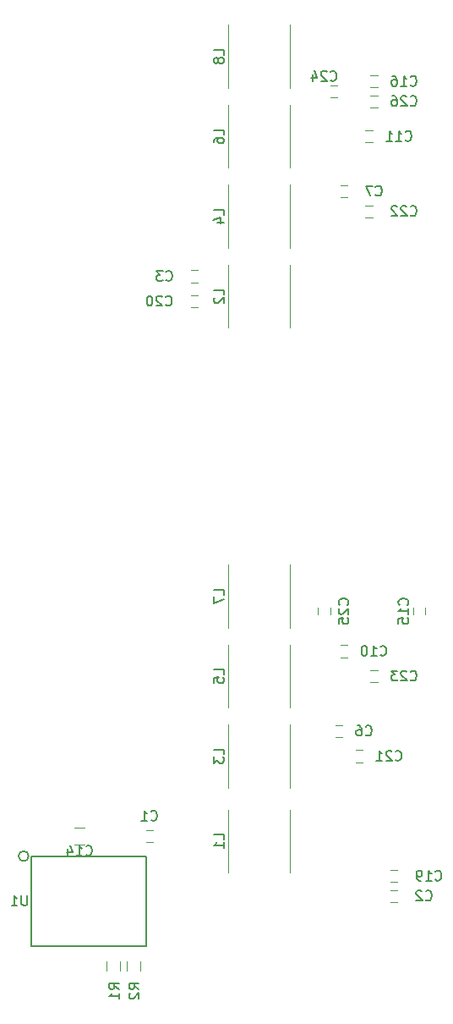
<source format=gbr>
G04 #@! TF.GenerationSoftware,KiCad,Pcbnew,(5.1.0)-1*
G04 #@! TF.CreationDate,2021-01-22T15:31:34-07:00*
G04 #@! TF.ProjectId,pwr supply rev 5,70777220-7375-4707-906c-792072657620,rev?*
G04 #@! TF.SameCoordinates,Original*
G04 #@! TF.FileFunction,Legend,Bot*
G04 #@! TF.FilePolarity,Positive*
%FSLAX46Y46*%
G04 Gerber Fmt 4.6, Leading zero omitted, Abs format (unit mm)*
G04 Created by KiCad (PCBNEW (5.1.0)-1) date 2021-01-22 15:31:34*
%MOMM*%
%LPD*%
G04 APERTURE LIST*
%ADD10C,0.120000*%
%ADD11C,0.150000*%
G04 APERTURE END LIST*
D10*
X97850000Y-92400000D02*
X97150000Y-92400000D01*
X97150000Y-93600000D02*
X97850000Y-93600000D01*
X122350000Y-98400000D02*
X121650000Y-98400000D01*
X121650000Y-99600000D02*
X122350000Y-99600000D01*
X101650000Y-37600000D02*
X102350000Y-37600000D01*
X102350000Y-36400000D02*
X101650000Y-36400000D01*
X116850000Y-81900000D02*
X116150000Y-81900000D01*
X116150000Y-83100000D02*
X116850000Y-83100000D01*
X117350000Y-27900000D02*
X116650000Y-27900000D01*
X116650000Y-29100000D02*
X117350000Y-29100000D01*
X117350000Y-73900000D02*
X116650000Y-73900000D01*
X116650000Y-75100000D02*
X117350000Y-75100000D01*
X119850000Y-22400000D02*
X119150000Y-22400000D01*
X119150000Y-23600000D02*
X119850000Y-23600000D01*
X125100000Y-70850000D02*
X125100000Y-70150000D01*
X123900000Y-70150000D02*
X123900000Y-70850000D01*
X120350000Y-16900000D02*
X119650000Y-16900000D01*
X119650000Y-18100000D02*
X120350000Y-18100000D01*
X94580000Y-106500000D02*
X94580000Y-105500000D01*
X93220000Y-105500000D02*
X93220000Y-106500000D01*
X96580000Y-106500000D02*
X96580000Y-105500000D01*
X95220000Y-105500000D02*
X95220000Y-106500000D01*
X122350000Y-96400000D02*
X121650000Y-96400000D01*
X121650000Y-97600000D02*
X122350000Y-97600000D01*
X101650000Y-40100000D02*
X102350000Y-40100000D01*
X102350000Y-38900000D02*
X101650000Y-38900000D01*
X118850000Y-84400000D02*
X118150000Y-84400000D01*
X118150000Y-85600000D02*
X118850000Y-85600000D01*
X119850000Y-29900000D02*
X119150000Y-29900000D01*
X119150000Y-31100000D02*
X119850000Y-31100000D01*
X120350000Y-76400000D02*
X119650000Y-76400000D01*
X119650000Y-77600000D02*
X120350000Y-77600000D01*
X116350000Y-17900000D02*
X115650000Y-17900000D01*
X115650000Y-19100000D02*
X116350000Y-19100000D01*
X115600000Y-70850000D02*
X115600000Y-70150000D01*
X114400000Y-70150000D02*
X114400000Y-70850000D01*
X120350000Y-18900000D02*
X119650000Y-18900000D01*
X119650000Y-20100000D02*
X120350000Y-20100000D01*
X105400000Y-90350000D02*
X105400000Y-96650000D01*
X111600000Y-90350000D02*
X111600000Y-96650000D01*
X105400000Y-35850000D02*
X105400000Y-42150000D01*
X111600000Y-35850000D02*
X111600000Y-42150000D01*
X105400000Y-81850000D02*
X105400000Y-88150000D01*
X111600000Y-81850000D02*
X111600000Y-88150000D01*
X105400000Y-27850000D02*
X105400000Y-34150000D01*
X111600000Y-27850000D02*
X111600000Y-34150000D01*
X105400000Y-73850000D02*
X105400000Y-80150000D01*
X111600000Y-73850000D02*
X111600000Y-80150000D01*
X105400000Y-19850000D02*
X105400000Y-26150000D01*
X111600000Y-19850000D02*
X111600000Y-26150000D01*
X105400000Y-65850000D02*
X105400000Y-72150000D01*
X111600000Y-65850000D02*
X111600000Y-72150000D01*
X105400000Y-11850000D02*
X105400000Y-18150000D01*
X111600000Y-11850000D02*
X111600000Y-18150000D01*
X91000000Y-93850000D02*
X90000000Y-93850000D01*
X90000000Y-92150000D02*
X91000000Y-92150000D01*
D11*
X85400000Y-95000000D02*
G75*
G03X85400000Y-95000000I-500000J0D01*
G01*
X85650000Y-104000000D02*
X97150000Y-104000000D01*
X97150000Y-104000000D02*
X97150000Y-95000000D01*
X97150000Y-95000000D02*
X85650000Y-95000000D01*
X85650000Y-95000000D02*
X85650000Y-104000000D01*
X97666666Y-91357142D02*
X97714285Y-91404761D01*
X97857142Y-91452380D01*
X97952380Y-91452380D01*
X98095238Y-91404761D01*
X98190476Y-91309523D01*
X98238095Y-91214285D01*
X98285714Y-91023809D01*
X98285714Y-90880952D01*
X98238095Y-90690476D01*
X98190476Y-90595238D01*
X98095238Y-90500000D01*
X97952380Y-90452380D01*
X97857142Y-90452380D01*
X97714285Y-90500000D01*
X97666666Y-90547619D01*
X96714285Y-91452380D02*
X97285714Y-91452380D01*
X97000000Y-91452380D02*
X97000000Y-90452380D01*
X97095238Y-90595238D01*
X97190476Y-90690476D01*
X97285714Y-90738095D01*
X125166666Y-99357142D02*
X125214285Y-99404761D01*
X125357142Y-99452380D01*
X125452380Y-99452380D01*
X125595238Y-99404761D01*
X125690476Y-99309523D01*
X125738095Y-99214285D01*
X125785714Y-99023809D01*
X125785714Y-98880952D01*
X125738095Y-98690476D01*
X125690476Y-98595238D01*
X125595238Y-98500000D01*
X125452380Y-98452380D01*
X125357142Y-98452380D01*
X125214285Y-98500000D01*
X125166666Y-98547619D01*
X124785714Y-98547619D02*
X124738095Y-98500000D01*
X124642857Y-98452380D01*
X124404761Y-98452380D01*
X124309523Y-98500000D01*
X124261904Y-98547619D01*
X124214285Y-98642857D01*
X124214285Y-98738095D01*
X124261904Y-98880952D01*
X124833333Y-99452380D01*
X124214285Y-99452380D01*
X99166666Y-37357142D02*
X99214285Y-37404761D01*
X99357142Y-37452380D01*
X99452380Y-37452380D01*
X99595238Y-37404761D01*
X99690476Y-37309523D01*
X99738095Y-37214285D01*
X99785714Y-37023809D01*
X99785714Y-36880952D01*
X99738095Y-36690476D01*
X99690476Y-36595238D01*
X99595238Y-36500000D01*
X99452380Y-36452380D01*
X99357142Y-36452380D01*
X99214285Y-36500000D01*
X99166666Y-36547619D01*
X98833333Y-36452380D02*
X98214285Y-36452380D01*
X98547619Y-36833333D01*
X98404761Y-36833333D01*
X98309523Y-36880952D01*
X98261904Y-36928571D01*
X98214285Y-37023809D01*
X98214285Y-37261904D01*
X98261904Y-37357142D01*
X98309523Y-37404761D01*
X98404761Y-37452380D01*
X98690476Y-37452380D01*
X98785714Y-37404761D01*
X98833333Y-37357142D01*
X119166666Y-82857142D02*
X119214285Y-82904761D01*
X119357142Y-82952380D01*
X119452380Y-82952380D01*
X119595238Y-82904761D01*
X119690476Y-82809523D01*
X119738095Y-82714285D01*
X119785714Y-82523809D01*
X119785714Y-82380952D01*
X119738095Y-82190476D01*
X119690476Y-82095238D01*
X119595238Y-82000000D01*
X119452380Y-81952380D01*
X119357142Y-81952380D01*
X119214285Y-82000000D01*
X119166666Y-82047619D01*
X118309523Y-81952380D02*
X118500000Y-81952380D01*
X118595238Y-82000000D01*
X118642857Y-82047619D01*
X118738095Y-82190476D01*
X118785714Y-82380952D01*
X118785714Y-82761904D01*
X118738095Y-82857142D01*
X118690476Y-82904761D01*
X118595238Y-82952380D01*
X118404761Y-82952380D01*
X118309523Y-82904761D01*
X118261904Y-82857142D01*
X118214285Y-82761904D01*
X118214285Y-82523809D01*
X118261904Y-82428571D01*
X118309523Y-82380952D01*
X118404761Y-82333333D01*
X118595238Y-82333333D01*
X118690476Y-82380952D01*
X118738095Y-82428571D01*
X118785714Y-82523809D01*
X120166666Y-28857142D02*
X120214285Y-28904761D01*
X120357142Y-28952380D01*
X120452380Y-28952380D01*
X120595238Y-28904761D01*
X120690476Y-28809523D01*
X120738095Y-28714285D01*
X120785714Y-28523809D01*
X120785714Y-28380952D01*
X120738095Y-28190476D01*
X120690476Y-28095238D01*
X120595238Y-28000000D01*
X120452380Y-27952380D01*
X120357142Y-27952380D01*
X120214285Y-28000000D01*
X120166666Y-28047619D01*
X119833333Y-27952380D02*
X119166666Y-27952380D01*
X119595238Y-28952380D01*
X120642857Y-74857142D02*
X120690476Y-74904761D01*
X120833333Y-74952380D01*
X120928571Y-74952380D01*
X121071428Y-74904761D01*
X121166666Y-74809523D01*
X121214285Y-74714285D01*
X121261904Y-74523809D01*
X121261904Y-74380952D01*
X121214285Y-74190476D01*
X121166666Y-74095238D01*
X121071428Y-74000000D01*
X120928571Y-73952380D01*
X120833333Y-73952380D01*
X120690476Y-74000000D01*
X120642857Y-74047619D01*
X119690476Y-74952380D02*
X120261904Y-74952380D01*
X119976190Y-74952380D02*
X119976190Y-73952380D01*
X120071428Y-74095238D01*
X120166666Y-74190476D01*
X120261904Y-74238095D01*
X119071428Y-73952380D02*
X118976190Y-73952380D01*
X118880952Y-74000000D01*
X118833333Y-74047619D01*
X118785714Y-74142857D01*
X118738095Y-74333333D01*
X118738095Y-74571428D01*
X118785714Y-74761904D01*
X118833333Y-74857142D01*
X118880952Y-74904761D01*
X118976190Y-74952380D01*
X119071428Y-74952380D01*
X119166666Y-74904761D01*
X119214285Y-74857142D01*
X119261904Y-74761904D01*
X119309523Y-74571428D01*
X119309523Y-74333333D01*
X119261904Y-74142857D01*
X119214285Y-74047619D01*
X119166666Y-74000000D01*
X119071428Y-73952380D01*
X123142857Y-23357142D02*
X123190476Y-23404761D01*
X123333333Y-23452380D01*
X123428571Y-23452380D01*
X123571428Y-23404761D01*
X123666666Y-23309523D01*
X123714285Y-23214285D01*
X123761904Y-23023809D01*
X123761904Y-22880952D01*
X123714285Y-22690476D01*
X123666666Y-22595238D01*
X123571428Y-22500000D01*
X123428571Y-22452380D01*
X123333333Y-22452380D01*
X123190476Y-22500000D01*
X123142857Y-22547619D01*
X122190476Y-23452380D02*
X122761904Y-23452380D01*
X122476190Y-23452380D02*
X122476190Y-22452380D01*
X122571428Y-22595238D01*
X122666666Y-22690476D01*
X122761904Y-22738095D01*
X121238095Y-23452380D02*
X121809523Y-23452380D01*
X121523809Y-23452380D02*
X121523809Y-22452380D01*
X121619047Y-22595238D01*
X121714285Y-22690476D01*
X121809523Y-22738095D01*
X123357142Y-69857142D02*
X123404761Y-69809523D01*
X123452380Y-69666666D01*
X123452380Y-69571428D01*
X123404761Y-69428571D01*
X123309523Y-69333333D01*
X123214285Y-69285714D01*
X123023809Y-69238095D01*
X122880952Y-69238095D01*
X122690476Y-69285714D01*
X122595238Y-69333333D01*
X122500000Y-69428571D01*
X122452380Y-69571428D01*
X122452380Y-69666666D01*
X122500000Y-69809523D01*
X122547619Y-69857142D01*
X123452380Y-70809523D02*
X123452380Y-70238095D01*
X123452380Y-70523809D02*
X122452380Y-70523809D01*
X122595238Y-70428571D01*
X122690476Y-70333333D01*
X122738095Y-70238095D01*
X122452380Y-71714285D02*
X122452380Y-71238095D01*
X122928571Y-71190476D01*
X122880952Y-71238095D01*
X122833333Y-71333333D01*
X122833333Y-71571428D01*
X122880952Y-71666666D01*
X122928571Y-71714285D01*
X123023809Y-71761904D01*
X123261904Y-71761904D01*
X123357142Y-71714285D01*
X123404761Y-71666666D01*
X123452380Y-71571428D01*
X123452380Y-71333333D01*
X123404761Y-71238095D01*
X123357142Y-71190476D01*
X123642857Y-17857142D02*
X123690476Y-17904761D01*
X123833333Y-17952380D01*
X123928571Y-17952380D01*
X124071428Y-17904761D01*
X124166666Y-17809523D01*
X124214285Y-17714285D01*
X124261904Y-17523809D01*
X124261904Y-17380952D01*
X124214285Y-17190476D01*
X124166666Y-17095238D01*
X124071428Y-17000000D01*
X123928571Y-16952380D01*
X123833333Y-16952380D01*
X123690476Y-17000000D01*
X123642857Y-17047619D01*
X122690476Y-17952380D02*
X123261904Y-17952380D01*
X122976190Y-17952380D02*
X122976190Y-16952380D01*
X123071428Y-17095238D01*
X123166666Y-17190476D01*
X123261904Y-17238095D01*
X121833333Y-16952380D02*
X122023809Y-16952380D01*
X122119047Y-17000000D01*
X122166666Y-17047619D01*
X122261904Y-17190476D01*
X122309523Y-17380952D01*
X122309523Y-17761904D01*
X122261904Y-17857142D01*
X122214285Y-17904761D01*
X122119047Y-17952380D01*
X121928571Y-17952380D01*
X121833333Y-17904761D01*
X121785714Y-17857142D01*
X121738095Y-17761904D01*
X121738095Y-17523809D01*
X121785714Y-17428571D01*
X121833333Y-17380952D01*
X121928571Y-17333333D01*
X122119047Y-17333333D01*
X122214285Y-17380952D01*
X122261904Y-17428571D01*
X122309523Y-17523809D01*
X94452380Y-108333333D02*
X93976190Y-108000000D01*
X94452380Y-107761904D02*
X93452380Y-107761904D01*
X93452380Y-108142857D01*
X93500000Y-108238095D01*
X93547619Y-108285714D01*
X93642857Y-108333333D01*
X93785714Y-108333333D01*
X93880952Y-108285714D01*
X93928571Y-108238095D01*
X93976190Y-108142857D01*
X93976190Y-107761904D01*
X94452380Y-109285714D02*
X94452380Y-108714285D01*
X94452380Y-109000000D02*
X93452380Y-109000000D01*
X93595238Y-108904761D01*
X93690476Y-108809523D01*
X93738095Y-108714285D01*
X96452380Y-108333333D02*
X95976190Y-108000000D01*
X96452380Y-107761904D02*
X95452380Y-107761904D01*
X95452380Y-108142857D01*
X95500000Y-108238095D01*
X95547619Y-108285714D01*
X95642857Y-108333333D01*
X95785714Y-108333333D01*
X95880952Y-108285714D01*
X95928571Y-108238095D01*
X95976190Y-108142857D01*
X95976190Y-107761904D01*
X95547619Y-108714285D02*
X95500000Y-108761904D01*
X95452380Y-108857142D01*
X95452380Y-109095238D01*
X95500000Y-109190476D01*
X95547619Y-109238095D01*
X95642857Y-109285714D01*
X95738095Y-109285714D01*
X95880952Y-109238095D01*
X96452380Y-108666666D01*
X96452380Y-109285714D01*
X126142857Y-97357142D02*
X126190476Y-97404761D01*
X126333333Y-97452380D01*
X126428571Y-97452380D01*
X126571428Y-97404761D01*
X126666666Y-97309523D01*
X126714285Y-97214285D01*
X126761904Y-97023809D01*
X126761904Y-96880952D01*
X126714285Y-96690476D01*
X126666666Y-96595238D01*
X126571428Y-96500000D01*
X126428571Y-96452380D01*
X126333333Y-96452380D01*
X126190476Y-96500000D01*
X126142857Y-96547619D01*
X125190476Y-97452380D02*
X125761904Y-97452380D01*
X125476190Y-97452380D02*
X125476190Y-96452380D01*
X125571428Y-96595238D01*
X125666666Y-96690476D01*
X125761904Y-96738095D01*
X124714285Y-97452380D02*
X124523809Y-97452380D01*
X124428571Y-97404761D01*
X124380952Y-97357142D01*
X124285714Y-97214285D01*
X124238095Y-97023809D01*
X124238095Y-96642857D01*
X124285714Y-96547619D01*
X124333333Y-96500000D01*
X124428571Y-96452380D01*
X124619047Y-96452380D01*
X124714285Y-96500000D01*
X124761904Y-96547619D01*
X124809523Y-96642857D01*
X124809523Y-96880952D01*
X124761904Y-96976190D01*
X124714285Y-97023809D01*
X124619047Y-97071428D01*
X124428571Y-97071428D01*
X124333333Y-97023809D01*
X124285714Y-96976190D01*
X124238095Y-96880952D01*
X99142857Y-39857142D02*
X99190476Y-39904761D01*
X99333333Y-39952380D01*
X99428571Y-39952380D01*
X99571428Y-39904761D01*
X99666666Y-39809523D01*
X99714285Y-39714285D01*
X99761904Y-39523809D01*
X99761904Y-39380952D01*
X99714285Y-39190476D01*
X99666666Y-39095238D01*
X99571428Y-39000000D01*
X99428571Y-38952380D01*
X99333333Y-38952380D01*
X99190476Y-39000000D01*
X99142857Y-39047619D01*
X98761904Y-39047619D02*
X98714285Y-39000000D01*
X98619047Y-38952380D01*
X98380952Y-38952380D01*
X98285714Y-39000000D01*
X98238095Y-39047619D01*
X98190476Y-39142857D01*
X98190476Y-39238095D01*
X98238095Y-39380952D01*
X98809523Y-39952380D01*
X98190476Y-39952380D01*
X97571428Y-38952380D02*
X97476190Y-38952380D01*
X97380952Y-39000000D01*
X97333333Y-39047619D01*
X97285714Y-39142857D01*
X97238095Y-39333333D01*
X97238095Y-39571428D01*
X97285714Y-39761904D01*
X97333333Y-39857142D01*
X97380952Y-39904761D01*
X97476190Y-39952380D01*
X97571428Y-39952380D01*
X97666666Y-39904761D01*
X97714285Y-39857142D01*
X97761904Y-39761904D01*
X97809523Y-39571428D01*
X97809523Y-39333333D01*
X97761904Y-39142857D01*
X97714285Y-39047619D01*
X97666666Y-39000000D01*
X97571428Y-38952380D01*
X122142857Y-85357142D02*
X122190476Y-85404761D01*
X122333333Y-85452380D01*
X122428571Y-85452380D01*
X122571428Y-85404761D01*
X122666666Y-85309523D01*
X122714285Y-85214285D01*
X122761904Y-85023809D01*
X122761904Y-84880952D01*
X122714285Y-84690476D01*
X122666666Y-84595238D01*
X122571428Y-84500000D01*
X122428571Y-84452380D01*
X122333333Y-84452380D01*
X122190476Y-84500000D01*
X122142857Y-84547619D01*
X121761904Y-84547619D02*
X121714285Y-84500000D01*
X121619047Y-84452380D01*
X121380952Y-84452380D01*
X121285714Y-84500000D01*
X121238095Y-84547619D01*
X121190476Y-84642857D01*
X121190476Y-84738095D01*
X121238095Y-84880952D01*
X121809523Y-85452380D01*
X121190476Y-85452380D01*
X120238095Y-85452380D02*
X120809523Y-85452380D01*
X120523809Y-85452380D02*
X120523809Y-84452380D01*
X120619047Y-84595238D01*
X120714285Y-84690476D01*
X120809523Y-84738095D01*
X123642857Y-30857142D02*
X123690476Y-30904761D01*
X123833333Y-30952380D01*
X123928571Y-30952380D01*
X124071428Y-30904761D01*
X124166666Y-30809523D01*
X124214285Y-30714285D01*
X124261904Y-30523809D01*
X124261904Y-30380952D01*
X124214285Y-30190476D01*
X124166666Y-30095238D01*
X124071428Y-30000000D01*
X123928571Y-29952380D01*
X123833333Y-29952380D01*
X123690476Y-30000000D01*
X123642857Y-30047619D01*
X123261904Y-30047619D02*
X123214285Y-30000000D01*
X123119047Y-29952380D01*
X122880952Y-29952380D01*
X122785714Y-30000000D01*
X122738095Y-30047619D01*
X122690476Y-30142857D01*
X122690476Y-30238095D01*
X122738095Y-30380952D01*
X123309523Y-30952380D01*
X122690476Y-30952380D01*
X122309523Y-30047619D02*
X122261904Y-30000000D01*
X122166666Y-29952380D01*
X121928571Y-29952380D01*
X121833333Y-30000000D01*
X121785714Y-30047619D01*
X121738095Y-30142857D01*
X121738095Y-30238095D01*
X121785714Y-30380952D01*
X122357142Y-30952380D01*
X121738095Y-30952380D01*
X123642857Y-77357142D02*
X123690476Y-77404761D01*
X123833333Y-77452380D01*
X123928571Y-77452380D01*
X124071428Y-77404761D01*
X124166666Y-77309523D01*
X124214285Y-77214285D01*
X124261904Y-77023809D01*
X124261904Y-76880952D01*
X124214285Y-76690476D01*
X124166666Y-76595238D01*
X124071428Y-76500000D01*
X123928571Y-76452380D01*
X123833333Y-76452380D01*
X123690476Y-76500000D01*
X123642857Y-76547619D01*
X123261904Y-76547619D02*
X123214285Y-76500000D01*
X123119047Y-76452380D01*
X122880952Y-76452380D01*
X122785714Y-76500000D01*
X122738095Y-76547619D01*
X122690476Y-76642857D01*
X122690476Y-76738095D01*
X122738095Y-76880952D01*
X123309523Y-77452380D01*
X122690476Y-77452380D01*
X122357142Y-76452380D02*
X121738095Y-76452380D01*
X122071428Y-76833333D01*
X121928571Y-76833333D01*
X121833333Y-76880952D01*
X121785714Y-76928571D01*
X121738095Y-77023809D01*
X121738095Y-77261904D01*
X121785714Y-77357142D01*
X121833333Y-77404761D01*
X121928571Y-77452380D01*
X122214285Y-77452380D01*
X122309523Y-77404761D01*
X122357142Y-77357142D01*
X115642857Y-17357142D02*
X115690476Y-17404761D01*
X115833333Y-17452380D01*
X115928571Y-17452380D01*
X116071428Y-17404761D01*
X116166666Y-17309523D01*
X116214285Y-17214285D01*
X116261904Y-17023809D01*
X116261904Y-16880952D01*
X116214285Y-16690476D01*
X116166666Y-16595238D01*
X116071428Y-16500000D01*
X115928571Y-16452380D01*
X115833333Y-16452380D01*
X115690476Y-16500000D01*
X115642857Y-16547619D01*
X115261904Y-16547619D02*
X115214285Y-16500000D01*
X115119047Y-16452380D01*
X114880952Y-16452380D01*
X114785714Y-16500000D01*
X114738095Y-16547619D01*
X114690476Y-16642857D01*
X114690476Y-16738095D01*
X114738095Y-16880952D01*
X115309523Y-17452380D01*
X114690476Y-17452380D01*
X113833333Y-16785714D02*
X113833333Y-17452380D01*
X114071428Y-16404761D02*
X114309523Y-17119047D01*
X113690476Y-17119047D01*
X117357142Y-69857142D02*
X117404761Y-69809523D01*
X117452380Y-69666666D01*
X117452380Y-69571428D01*
X117404761Y-69428571D01*
X117309523Y-69333333D01*
X117214285Y-69285714D01*
X117023809Y-69238095D01*
X116880952Y-69238095D01*
X116690476Y-69285714D01*
X116595238Y-69333333D01*
X116500000Y-69428571D01*
X116452380Y-69571428D01*
X116452380Y-69666666D01*
X116500000Y-69809523D01*
X116547619Y-69857142D01*
X116547619Y-70238095D02*
X116500000Y-70285714D01*
X116452380Y-70380952D01*
X116452380Y-70619047D01*
X116500000Y-70714285D01*
X116547619Y-70761904D01*
X116642857Y-70809523D01*
X116738095Y-70809523D01*
X116880952Y-70761904D01*
X117452380Y-70190476D01*
X117452380Y-70809523D01*
X116452380Y-71714285D02*
X116452380Y-71238095D01*
X116928571Y-71190476D01*
X116880952Y-71238095D01*
X116833333Y-71333333D01*
X116833333Y-71571428D01*
X116880952Y-71666666D01*
X116928571Y-71714285D01*
X117023809Y-71761904D01*
X117261904Y-71761904D01*
X117357142Y-71714285D01*
X117404761Y-71666666D01*
X117452380Y-71571428D01*
X117452380Y-71333333D01*
X117404761Y-71238095D01*
X117357142Y-71190476D01*
X123642857Y-19857142D02*
X123690476Y-19904761D01*
X123833333Y-19952380D01*
X123928571Y-19952380D01*
X124071428Y-19904761D01*
X124166666Y-19809523D01*
X124214285Y-19714285D01*
X124261904Y-19523809D01*
X124261904Y-19380952D01*
X124214285Y-19190476D01*
X124166666Y-19095238D01*
X124071428Y-19000000D01*
X123928571Y-18952380D01*
X123833333Y-18952380D01*
X123690476Y-19000000D01*
X123642857Y-19047619D01*
X123261904Y-19047619D02*
X123214285Y-19000000D01*
X123119047Y-18952380D01*
X122880952Y-18952380D01*
X122785714Y-19000000D01*
X122738095Y-19047619D01*
X122690476Y-19142857D01*
X122690476Y-19238095D01*
X122738095Y-19380952D01*
X123309523Y-19952380D01*
X122690476Y-19952380D01*
X121833333Y-18952380D02*
X122023809Y-18952380D01*
X122119047Y-19000000D01*
X122166666Y-19047619D01*
X122261904Y-19190476D01*
X122309523Y-19380952D01*
X122309523Y-19761904D01*
X122261904Y-19857142D01*
X122214285Y-19904761D01*
X122119047Y-19952380D01*
X121928571Y-19952380D01*
X121833333Y-19904761D01*
X121785714Y-19857142D01*
X121738095Y-19761904D01*
X121738095Y-19523809D01*
X121785714Y-19428571D01*
X121833333Y-19380952D01*
X121928571Y-19333333D01*
X122119047Y-19333333D01*
X122214285Y-19380952D01*
X122261904Y-19428571D01*
X122309523Y-19523809D01*
X104952380Y-93333333D02*
X104952380Y-92857142D01*
X103952380Y-92857142D01*
X104952380Y-94190476D02*
X104952380Y-93619047D01*
X104952380Y-93904761D02*
X103952380Y-93904761D01*
X104095238Y-93809523D01*
X104190476Y-93714285D01*
X104238095Y-93619047D01*
X104952380Y-38833333D02*
X104952380Y-38357142D01*
X103952380Y-38357142D01*
X104047619Y-39119047D02*
X104000000Y-39166666D01*
X103952380Y-39261904D01*
X103952380Y-39500000D01*
X104000000Y-39595238D01*
X104047619Y-39642857D01*
X104142857Y-39690476D01*
X104238095Y-39690476D01*
X104380952Y-39642857D01*
X104952380Y-39071428D01*
X104952380Y-39690476D01*
X104952380Y-84833333D02*
X104952380Y-84357142D01*
X103952380Y-84357142D01*
X103952380Y-85071428D02*
X103952380Y-85690476D01*
X104333333Y-85357142D01*
X104333333Y-85500000D01*
X104380952Y-85595238D01*
X104428571Y-85642857D01*
X104523809Y-85690476D01*
X104761904Y-85690476D01*
X104857142Y-85642857D01*
X104904761Y-85595238D01*
X104952380Y-85500000D01*
X104952380Y-85214285D01*
X104904761Y-85119047D01*
X104857142Y-85071428D01*
X104952380Y-30833333D02*
X104952380Y-30357142D01*
X103952380Y-30357142D01*
X104285714Y-31595238D02*
X104952380Y-31595238D01*
X103904761Y-31357142D02*
X104619047Y-31119047D01*
X104619047Y-31738095D01*
X104952380Y-76833333D02*
X104952380Y-76357142D01*
X103952380Y-76357142D01*
X103952380Y-77642857D02*
X103952380Y-77166666D01*
X104428571Y-77119047D01*
X104380952Y-77166666D01*
X104333333Y-77261904D01*
X104333333Y-77500000D01*
X104380952Y-77595238D01*
X104428571Y-77642857D01*
X104523809Y-77690476D01*
X104761904Y-77690476D01*
X104857142Y-77642857D01*
X104904761Y-77595238D01*
X104952380Y-77500000D01*
X104952380Y-77261904D01*
X104904761Y-77166666D01*
X104857142Y-77119047D01*
X104952380Y-22833333D02*
X104952380Y-22357142D01*
X103952380Y-22357142D01*
X103952380Y-23595238D02*
X103952380Y-23404761D01*
X104000000Y-23309523D01*
X104047619Y-23261904D01*
X104190476Y-23166666D01*
X104380952Y-23119047D01*
X104761904Y-23119047D01*
X104857142Y-23166666D01*
X104904761Y-23214285D01*
X104952380Y-23309523D01*
X104952380Y-23500000D01*
X104904761Y-23595238D01*
X104857142Y-23642857D01*
X104761904Y-23690476D01*
X104523809Y-23690476D01*
X104428571Y-23642857D01*
X104380952Y-23595238D01*
X104333333Y-23500000D01*
X104333333Y-23309523D01*
X104380952Y-23214285D01*
X104428571Y-23166666D01*
X104523809Y-23119047D01*
X104952380Y-68833333D02*
X104952380Y-68357142D01*
X103952380Y-68357142D01*
X103952380Y-69071428D02*
X103952380Y-69738095D01*
X104952380Y-69309523D01*
X104952380Y-14833333D02*
X104952380Y-14357142D01*
X103952380Y-14357142D01*
X104380952Y-15309523D02*
X104333333Y-15214285D01*
X104285714Y-15166666D01*
X104190476Y-15119047D01*
X104142857Y-15119047D01*
X104047619Y-15166666D01*
X104000000Y-15214285D01*
X103952380Y-15309523D01*
X103952380Y-15500000D01*
X104000000Y-15595238D01*
X104047619Y-15642857D01*
X104142857Y-15690476D01*
X104190476Y-15690476D01*
X104285714Y-15642857D01*
X104333333Y-15595238D01*
X104380952Y-15500000D01*
X104380952Y-15309523D01*
X104428571Y-15214285D01*
X104476190Y-15166666D01*
X104571428Y-15119047D01*
X104761904Y-15119047D01*
X104857142Y-15166666D01*
X104904761Y-15214285D01*
X104952380Y-15309523D01*
X104952380Y-15500000D01*
X104904761Y-15595238D01*
X104857142Y-15642857D01*
X104761904Y-15690476D01*
X104571428Y-15690476D01*
X104476190Y-15642857D01*
X104428571Y-15595238D01*
X104380952Y-15500000D01*
X91142857Y-94857142D02*
X91190476Y-94904761D01*
X91333333Y-94952380D01*
X91428571Y-94952380D01*
X91571428Y-94904761D01*
X91666666Y-94809523D01*
X91714285Y-94714285D01*
X91761904Y-94523809D01*
X91761904Y-94380952D01*
X91714285Y-94190476D01*
X91666666Y-94095238D01*
X91571428Y-94000000D01*
X91428571Y-93952380D01*
X91333333Y-93952380D01*
X91190476Y-94000000D01*
X91142857Y-94047619D01*
X90190476Y-94952380D02*
X90761904Y-94952380D01*
X90476190Y-94952380D02*
X90476190Y-93952380D01*
X90571428Y-94095238D01*
X90666666Y-94190476D01*
X90761904Y-94238095D01*
X89333333Y-94285714D02*
X89333333Y-94952380D01*
X89571428Y-93904761D02*
X89809523Y-94619047D01*
X89190476Y-94619047D01*
X85261904Y-98952380D02*
X85261904Y-99761904D01*
X85214285Y-99857142D01*
X85166666Y-99904761D01*
X85071428Y-99952380D01*
X84880952Y-99952380D01*
X84785714Y-99904761D01*
X84738095Y-99857142D01*
X84690476Y-99761904D01*
X84690476Y-98952380D01*
X83690476Y-99952380D02*
X84261904Y-99952380D01*
X83976190Y-99952380D02*
X83976190Y-98952380D01*
X84071428Y-99095238D01*
X84166666Y-99190476D01*
X84261904Y-99238095D01*
M02*

</source>
